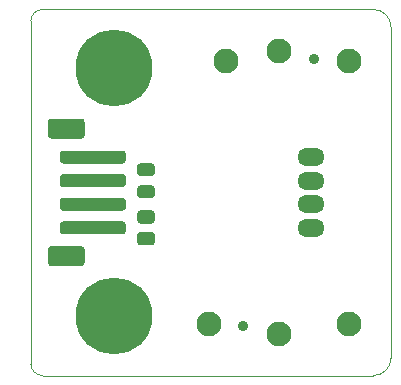
<source format=gbr>
G04 #@! TF.GenerationSoftware,KiCad,Pcbnew,5.1.9*
G04 #@! TF.CreationDate,2021-01-10T02:38:05+01:00*
G04 #@! TF.ProjectId,pressureSensorHolder,70726573-7375-4726-9553-656e736f7248,rev?*
G04 #@! TF.SameCoordinates,PX4dab598PY46b8d58*
G04 #@! TF.FileFunction,Soldermask,Bot*
G04 #@! TF.FilePolarity,Negative*
%FSLAX46Y46*%
G04 Gerber Fmt 4.6, Leading zero omitted, Abs format (unit mm)*
G04 Created by KiCad (PCBNEW 5.1.9) date 2021-01-10 02:38:05*
%MOMM*%
%LPD*%
G01*
G04 APERTURE LIST*
G04 #@! TA.AperFunction,Profile*
%ADD10C,0.050000*%
G04 #@! TD*
%ADD11O,2.302000X1.502000*%
%ADD12C,2.102000*%
%ADD13C,0.902000*%
%ADD14C,6.502000*%
G04 APERTURE END LIST*
D10*
X47500000Y-25000000D02*
G75*
G02*
X46500000Y-24000000I0J1000000D01*
G01*
X46500000Y5000000D02*
G75*
G02*
X47500000Y6000000I1000000J0D01*
G01*
X77000000Y-23500000D02*
G75*
G02*
X75500000Y-25000000I-1500000J0D01*
G01*
X75500000Y6000000D02*
G75*
G02*
X77000000Y4500000I0J-1500000D01*
G01*
X77000000Y-23500000D02*
X77000000Y4500000D01*
X47500000Y-25000000D02*
X75500000Y-25000000D01*
X46500000Y5000000D02*
X46500000Y-24000000D01*
X75500000Y6000000D02*
X47500000Y6000000D01*
X47500000Y-25000000D02*
G75*
G02*
X46500000Y-24000000I0J1000000D01*
G01*
X46500000Y5000000D02*
G75*
G02*
X47500000Y6000000I1000000J0D01*
G01*
X77000000Y-23500000D02*
G75*
G02*
X75500000Y-25000000I-1500000J0D01*
G01*
X75500000Y6000000D02*
G75*
G02*
X77000000Y4500000I0J-1500000D01*
G01*
X77000000Y-23500000D02*
X77000000Y4500000D01*
X47500000Y-25000000D02*
X75500000Y-25000000D01*
X46500000Y5000000D02*
X46500000Y-24000000D01*
X75500000Y6000000D02*
X47500000Y6000000D01*
G36*
G01*
X55773876Y-12849000D02*
X56726124Y-12849000D01*
G75*
G02*
X57001000Y-13123876I0J-274876D01*
G01*
X57001000Y-13701124D01*
G75*
G02*
X56726124Y-13976000I-274876J0D01*
G01*
X55773876Y-13976000D01*
G75*
G02*
X55499000Y-13701124I0J274876D01*
G01*
X55499000Y-13123876D01*
G75*
G02*
X55773876Y-12849000I274876J0D01*
G01*
G37*
G36*
G01*
X55773876Y-11024000D02*
X56726124Y-11024000D01*
G75*
G02*
X57001000Y-11298876I0J-274876D01*
G01*
X57001000Y-11876124D01*
G75*
G02*
X56726124Y-12151000I-274876J0D01*
G01*
X55773876Y-12151000D01*
G75*
G02*
X55499000Y-11876124I0J274876D01*
G01*
X55499000Y-11298876D01*
G75*
G02*
X55773876Y-11024000I274876J0D01*
G01*
G37*
G36*
G01*
X56731750Y-8101000D02*
X55768250Y-8101000D01*
G75*
G02*
X55499000Y-7831750I0J269250D01*
G01*
X55499000Y-7293250D01*
G75*
G02*
X55768250Y-7024000I269250J0D01*
G01*
X56731750Y-7024000D01*
G75*
G02*
X57001000Y-7293250I0J-269250D01*
G01*
X57001000Y-7831750D01*
G75*
G02*
X56731750Y-8101000I-269250J0D01*
G01*
G37*
G36*
G01*
X56731750Y-9976000D02*
X55768250Y-9976000D01*
G75*
G02*
X55499000Y-9706750I0J269250D01*
G01*
X55499000Y-9168250D01*
G75*
G02*
X55768250Y-8899000I269250J0D01*
G01*
X56731750Y-8899000D01*
G75*
G02*
X57001000Y-9168250I0J-269250D01*
G01*
X57001000Y-9706750D01*
G75*
G02*
X56731750Y-9976000I-269250J0D01*
G01*
G37*
D11*
X70250000Y-6500000D03*
X70250000Y-8500000D03*
X70250000Y-10500000D03*
X70250000Y-12500000D03*
D12*
X73450000Y1600000D03*
X63050000Y1600000D03*
X61550000Y-20600000D03*
X73450000Y-20600000D03*
D13*
X70500000Y1800000D03*
D12*
X67500000Y2500000D03*
D13*
X64500000Y-20800000D03*
D12*
X67500000Y-21500000D03*
D13*
X55197056Y-18302944D03*
X53500000Y-17600000D03*
X51802944Y-18302944D03*
X51100000Y-20000000D03*
X51802944Y-21697056D03*
X53500000Y-22400000D03*
X55197056Y-21697056D03*
X55900000Y-20000000D03*
D14*
X53500000Y-20000000D03*
D13*
X55197056Y2697056D03*
X53500000Y3400000D03*
X51802944Y2697056D03*
X51100000Y1000000D03*
X51802944Y-697056D03*
X53500000Y-1400000D03*
X55197056Y-697056D03*
X55900000Y1000000D03*
D14*
X53500000Y1000000D03*
G36*
G01*
X49224500Y-5949000D02*
X54275500Y-5949000D01*
G75*
G02*
X54551000Y-6224500I0J-275500D01*
G01*
X54551000Y-6775500D01*
G75*
G02*
X54275500Y-7051000I-275500J0D01*
G01*
X49224500Y-7051000D01*
G75*
G02*
X48949000Y-6775500I0J275500D01*
G01*
X48949000Y-6224500D01*
G75*
G02*
X49224500Y-5949000I275500J0D01*
G01*
G37*
G36*
G01*
X49224500Y-7949000D02*
X54275500Y-7949000D01*
G75*
G02*
X54551000Y-8224500I0J-275500D01*
G01*
X54551000Y-8775500D01*
G75*
G02*
X54275500Y-9051000I-275500J0D01*
G01*
X49224500Y-9051000D01*
G75*
G02*
X48949000Y-8775500I0J275500D01*
G01*
X48949000Y-8224500D01*
G75*
G02*
X49224500Y-7949000I275500J0D01*
G01*
G37*
G36*
G01*
X49224500Y-9949000D02*
X54275500Y-9949000D01*
G75*
G02*
X54551000Y-10224500I0J-275500D01*
G01*
X54551000Y-10775500D01*
G75*
G02*
X54275500Y-11051000I-275500J0D01*
G01*
X49224500Y-11051000D01*
G75*
G02*
X48949000Y-10775500I0J275500D01*
G01*
X48949000Y-10224500D01*
G75*
G02*
X49224500Y-9949000I275500J0D01*
G01*
G37*
G36*
G01*
X49224500Y-11949000D02*
X54275500Y-11949000D01*
G75*
G02*
X54551000Y-12224500I0J-275500D01*
G01*
X54551000Y-12775500D01*
G75*
G02*
X54275500Y-13051000I-275500J0D01*
G01*
X49224500Y-13051000D01*
G75*
G02*
X48949000Y-12775500I0J275500D01*
G01*
X48949000Y-12224500D01*
G75*
G02*
X49224500Y-11949000I275500J0D01*
G01*
G37*
G36*
G01*
X48214937Y-3249000D02*
X50785063Y-3249000D01*
G75*
G02*
X51051000Y-3514937I0J-265937D01*
G01*
X51051000Y-4685063D01*
G75*
G02*
X50785063Y-4951000I-265937J0D01*
G01*
X48214937Y-4951000D01*
G75*
G02*
X47949000Y-4685063I0J265937D01*
G01*
X47949000Y-3514937D01*
G75*
G02*
X48214937Y-3249000I265937J0D01*
G01*
G37*
G36*
G01*
X48214937Y-14049000D02*
X50785063Y-14049000D01*
G75*
G02*
X51051000Y-14314937I0J-265937D01*
G01*
X51051000Y-15485063D01*
G75*
G02*
X50785063Y-15751000I-265937J0D01*
G01*
X48214937Y-15751000D01*
G75*
G02*
X47949000Y-15485063I0J265937D01*
G01*
X47949000Y-14314937D01*
G75*
G02*
X48214937Y-14049000I265937J0D01*
G01*
G37*
M02*

</source>
